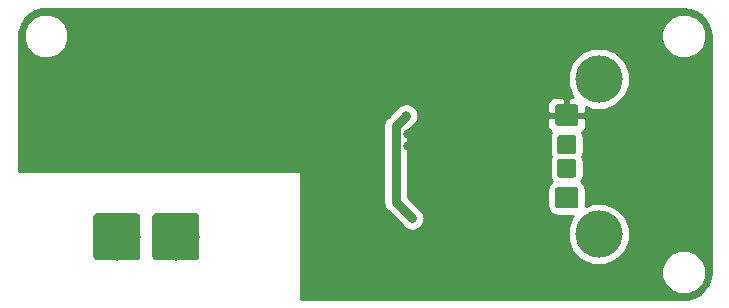
<source format=gbr>
G04 #@! TF.GenerationSoftware,KiCad,Pcbnew,5.0.2-bee76a0~70~ubuntu16.04.1*
G04 #@! TF.CreationDate,2019-02-21T23:56:22+01:00*
G04 #@! TF.ProjectId,24VDC_to_USB_voltage_converter,32345644-435f-4746-9f5f-5553425f766f,rev?*
G04 #@! TF.SameCoordinates,Original*
G04 #@! TF.FileFunction,Copper,L2,Bot*
G04 #@! TF.FilePolarity,Positive*
%FSLAX46Y46*%
G04 Gerber Fmt 4.6, Leading zero omitted, Abs format (unit mm)*
G04 Created by KiCad (PCBNEW 5.0.2-bee76a0~70~ubuntu16.04.1) date Thu 21 Feb 2019 11:56:22 PM CET*
%MOMM*%
%LPD*%
G01*
G04 APERTURE LIST*
G04 #@! TA.AperFunction,ComponentPad*
%ADD10C,4.000000*%
G04 #@! TD*
G04 #@! TA.AperFunction,Conductor*
%ADD11C,0.100000*%
G04 #@! TD*
G04 #@! TA.AperFunction,ComponentPad*
%ADD12C,1.800000*%
G04 #@! TD*
G04 #@! TA.AperFunction,ComponentPad*
%ADD13C,1.600000*%
G04 #@! TD*
G04 #@! TA.AperFunction,ViaPad*
%ADD14C,0.800000*%
G04 #@! TD*
G04 #@! TA.AperFunction,Conductor*
%ADD15C,0.800000*%
G04 #@! TD*
G04 #@! TA.AperFunction,Conductor*
%ADD16C,0.254000*%
G04 #@! TD*
G04 APERTURE END LIST*
D10*
G04 #@! TO.P,J2,5*
G04 #@! TO.N,/SHIELD*
X154800000Y-94520000D03*
X154800000Y-81380000D03*
D11*
G04 #@! TD*
G04 #@! TO.N,/VBUS*
G04 #@! TO.C,J2*
G36*
X152846465Y-90551300D02*
X152872674Y-90555188D01*
X152898377Y-90561626D01*
X152923325Y-90570553D01*
X152947277Y-90581881D01*
X152970004Y-90595503D01*
X152991286Y-90611287D01*
X153010919Y-90629081D01*
X153028713Y-90648714D01*
X153044497Y-90669996D01*
X153058119Y-90692723D01*
X153069447Y-90716675D01*
X153078374Y-90741623D01*
X153084812Y-90767326D01*
X153088700Y-90793535D01*
X153090000Y-90820000D01*
X153090000Y-92080000D01*
X153088700Y-92106465D01*
X153084812Y-92132674D01*
X153078374Y-92158377D01*
X153069447Y-92183325D01*
X153058119Y-92207277D01*
X153044497Y-92230004D01*
X153028713Y-92251286D01*
X153010919Y-92270919D01*
X152991286Y-92288713D01*
X152970004Y-92304497D01*
X152947277Y-92318119D01*
X152923325Y-92329447D01*
X152898377Y-92338374D01*
X152872674Y-92344812D01*
X152846465Y-92348700D01*
X152820000Y-92350000D01*
X151360000Y-92350000D01*
X151333535Y-92348700D01*
X151307326Y-92344812D01*
X151281623Y-92338374D01*
X151256675Y-92329447D01*
X151232723Y-92318119D01*
X151209996Y-92304497D01*
X151188714Y-92288713D01*
X151169081Y-92270919D01*
X151151287Y-92251286D01*
X151135503Y-92230004D01*
X151121881Y-92207277D01*
X151110553Y-92183325D01*
X151101626Y-92158377D01*
X151095188Y-92132674D01*
X151091300Y-92106465D01*
X151090000Y-92080000D01*
X151090000Y-90820000D01*
X151091300Y-90793535D01*
X151095188Y-90767326D01*
X151101626Y-90741623D01*
X151110553Y-90716675D01*
X151121881Y-90692723D01*
X151135503Y-90669996D01*
X151151287Y-90648714D01*
X151169081Y-90629081D01*
X151188714Y-90611287D01*
X151209996Y-90595503D01*
X151232723Y-90581881D01*
X151256675Y-90570553D01*
X151281623Y-90561626D01*
X151307326Y-90555188D01*
X151333535Y-90551300D01*
X151360000Y-90550000D01*
X152820000Y-90550000D01*
X152846465Y-90551300D01*
X152846465Y-90551300D01*
G37*
D12*
G04 #@! TO.P,J2,1*
G04 #@! TO.N,/VBUS*
X152090000Y-91450000D03*
D11*
G04 #@! TD*
G04 #@! TO.N,Net-(J2-Pad2)*
G04 #@! TO.C,J2*
G36*
X152673524Y-88151156D02*
X152696822Y-88154612D01*
X152719668Y-88160334D01*
X152741844Y-88168269D01*
X152763135Y-88178339D01*
X152783337Y-88190447D01*
X152802254Y-88204477D01*
X152819706Y-88220294D01*
X152835523Y-88237746D01*
X152849553Y-88256663D01*
X152861661Y-88276865D01*
X152871731Y-88298156D01*
X152879666Y-88320332D01*
X152885388Y-88343178D01*
X152888844Y-88366476D01*
X152890000Y-88390000D01*
X152890000Y-89510000D01*
X152888844Y-89533524D01*
X152885388Y-89556822D01*
X152879666Y-89579668D01*
X152871731Y-89601844D01*
X152861661Y-89623135D01*
X152849553Y-89643337D01*
X152835523Y-89662254D01*
X152819706Y-89679706D01*
X152802254Y-89695523D01*
X152783337Y-89709553D01*
X152763135Y-89721661D01*
X152741844Y-89731731D01*
X152719668Y-89739666D01*
X152696822Y-89745388D01*
X152673524Y-89748844D01*
X152650000Y-89750000D01*
X151530000Y-89750000D01*
X151506476Y-89748844D01*
X151483178Y-89745388D01*
X151460332Y-89739666D01*
X151438156Y-89731731D01*
X151416865Y-89721661D01*
X151396663Y-89709553D01*
X151377746Y-89695523D01*
X151360294Y-89679706D01*
X151344477Y-89662254D01*
X151330447Y-89643337D01*
X151318339Y-89623135D01*
X151308269Y-89601844D01*
X151300334Y-89579668D01*
X151294612Y-89556822D01*
X151291156Y-89533524D01*
X151290000Y-89510000D01*
X151290000Y-88390000D01*
X151291156Y-88366476D01*
X151294612Y-88343178D01*
X151300334Y-88320332D01*
X151308269Y-88298156D01*
X151318339Y-88276865D01*
X151330447Y-88256663D01*
X151344477Y-88237746D01*
X151360294Y-88220294D01*
X151377746Y-88204477D01*
X151396663Y-88190447D01*
X151416865Y-88178339D01*
X151438156Y-88168269D01*
X151460332Y-88160334D01*
X151483178Y-88154612D01*
X151506476Y-88151156D01*
X151530000Y-88150000D01*
X152650000Y-88150000D01*
X152673524Y-88151156D01*
X152673524Y-88151156D01*
G37*
D13*
G04 #@! TO.P,J2,2*
G04 #@! TO.N,Net-(J2-Pad2)*
X152090000Y-88950000D03*
D11*
G04 #@! TD*
G04 #@! TO.N,Net-(J2-Pad3)*
G04 #@! TO.C,J2*
G36*
X152673524Y-86151156D02*
X152696822Y-86154612D01*
X152719668Y-86160334D01*
X152741844Y-86168269D01*
X152763135Y-86178339D01*
X152783337Y-86190447D01*
X152802254Y-86204477D01*
X152819706Y-86220294D01*
X152835523Y-86237746D01*
X152849553Y-86256663D01*
X152861661Y-86276865D01*
X152871731Y-86298156D01*
X152879666Y-86320332D01*
X152885388Y-86343178D01*
X152888844Y-86366476D01*
X152890000Y-86390000D01*
X152890000Y-87510000D01*
X152888844Y-87533524D01*
X152885388Y-87556822D01*
X152879666Y-87579668D01*
X152871731Y-87601844D01*
X152861661Y-87623135D01*
X152849553Y-87643337D01*
X152835523Y-87662254D01*
X152819706Y-87679706D01*
X152802254Y-87695523D01*
X152783337Y-87709553D01*
X152763135Y-87721661D01*
X152741844Y-87731731D01*
X152719668Y-87739666D01*
X152696822Y-87745388D01*
X152673524Y-87748844D01*
X152650000Y-87750000D01*
X151530000Y-87750000D01*
X151506476Y-87748844D01*
X151483178Y-87745388D01*
X151460332Y-87739666D01*
X151438156Y-87731731D01*
X151416865Y-87721661D01*
X151396663Y-87709553D01*
X151377746Y-87695523D01*
X151360294Y-87679706D01*
X151344477Y-87662254D01*
X151330447Y-87643337D01*
X151318339Y-87623135D01*
X151308269Y-87601844D01*
X151300334Y-87579668D01*
X151294612Y-87556822D01*
X151291156Y-87533524D01*
X151290000Y-87510000D01*
X151290000Y-86390000D01*
X151291156Y-86366476D01*
X151294612Y-86343178D01*
X151300334Y-86320332D01*
X151308269Y-86298156D01*
X151318339Y-86276865D01*
X151330447Y-86256663D01*
X151344477Y-86237746D01*
X151360294Y-86220294D01*
X151377746Y-86204477D01*
X151396663Y-86190447D01*
X151416865Y-86178339D01*
X151438156Y-86168269D01*
X151460332Y-86160334D01*
X151483178Y-86154612D01*
X151506476Y-86151156D01*
X151530000Y-86150000D01*
X152650000Y-86150000D01*
X152673524Y-86151156D01*
X152673524Y-86151156D01*
G37*
D13*
G04 #@! TO.P,J2,3*
G04 #@! TO.N,Net-(J2-Pad3)*
X152090000Y-86950000D03*
D11*
G04 #@! TD*
G04 #@! TO.N,GND*
G04 #@! TO.C,J2*
G36*
X152846465Y-83551300D02*
X152872674Y-83555188D01*
X152898377Y-83561626D01*
X152923325Y-83570553D01*
X152947277Y-83581881D01*
X152970004Y-83595503D01*
X152991286Y-83611287D01*
X153010919Y-83629081D01*
X153028713Y-83648714D01*
X153044497Y-83669996D01*
X153058119Y-83692723D01*
X153069447Y-83716675D01*
X153078374Y-83741623D01*
X153084812Y-83767326D01*
X153088700Y-83793535D01*
X153090000Y-83820000D01*
X153090000Y-85080000D01*
X153088700Y-85106465D01*
X153084812Y-85132674D01*
X153078374Y-85158377D01*
X153069447Y-85183325D01*
X153058119Y-85207277D01*
X153044497Y-85230004D01*
X153028713Y-85251286D01*
X153010919Y-85270919D01*
X152991286Y-85288713D01*
X152970004Y-85304497D01*
X152947277Y-85318119D01*
X152923325Y-85329447D01*
X152898377Y-85338374D01*
X152872674Y-85344812D01*
X152846465Y-85348700D01*
X152820000Y-85350000D01*
X151360000Y-85350000D01*
X151333535Y-85348700D01*
X151307326Y-85344812D01*
X151281623Y-85338374D01*
X151256675Y-85329447D01*
X151232723Y-85318119D01*
X151209996Y-85304497D01*
X151188714Y-85288713D01*
X151169081Y-85270919D01*
X151151287Y-85251286D01*
X151135503Y-85230004D01*
X151121881Y-85207277D01*
X151110553Y-85183325D01*
X151101626Y-85158377D01*
X151095188Y-85132674D01*
X151091300Y-85106465D01*
X151090000Y-85080000D01*
X151090000Y-83820000D01*
X151091300Y-83793535D01*
X151095188Y-83767326D01*
X151101626Y-83741623D01*
X151110553Y-83716675D01*
X151121881Y-83692723D01*
X151135503Y-83669996D01*
X151151287Y-83648714D01*
X151169081Y-83629081D01*
X151188714Y-83611287D01*
X151209996Y-83595503D01*
X151232723Y-83581881D01*
X151256675Y-83570553D01*
X151281623Y-83561626D01*
X151307326Y-83555188D01*
X151333535Y-83551300D01*
X151360000Y-83550000D01*
X152820000Y-83550000D01*
X152846465Y-83551300D01*
X152846465Y-83551300D01*
G37*
D12*
G04 #@! TO.P,J2,4*
G04 #@! TO.N,GND*
X152090000Y-84450000D03*
G04 #@! TD*
D11*
G04 #@! TO.N,+24V*
G04 #@! TO.C,J1*
G36*
X115639207Y-92751926D02*
X115678036Y-92757686D01*
X115716114Y-92767224D01*
X115753073Y-92780448D01*
X115788559Y-92797231D01*
X115822228Y-92817412D01*
X115853757Y-92840796D01*
X115882843Y-92867157D01*
X115909204Y-92896243D01*
X115932588Y-92927772D01*
X115952769Y-92961441D01*
X115969552Y-92996927D01*
X115982776Y-93033886D01*
X115992314Y-93071964D01*
X115998074Y-93110793D01*
X116000000Y-93150000D01*
X116000000Y-96350000D01*
X115998074Y-96389207D01*
X115992314Y-96428036D01*
X115982776Y-96466114D01*
X115969552Y-96503073D01*
X115952769Y-96538559D01*
X115932588Y-96572228D01*
X115909204Y-96603757D01*
X115882843Y-96632843D01*
X115853757Y-96659204D01*
X115822228Y-96682588D01*
X115788559Y-96702769D01*
X115753073Y-96719552D01*
X115716114Y-96732776D01*
X115678036Y-96742314D01*
X115639207Y-96748074D01*
X115600000Y-96750000D01*
X112400000Y-96750000D01*
X112360793Y-96748074D01*
X112321964Y-96742314D01*
X112283886Y-96732776D01*
X112246927Y-96719552D01*
X112211441Y-96702769D01*
X112177772Y-96682588D01*
X112146243Y-96659204D01*
X112117157Y-96632843D01*
X112090796Y-96603757D01*
X112067412Y-96572228D01*
X112047231Y-96538559D01*
X112030448Y-96503073D01*
X112017224Y-96466114D01*
X112007686Y-96428036D01*
X112001926Y-96389207D01*
X112000000Y-96350000D01*
X112000000Y-93150000D01*
X112001926Y-93110793D01*
X112007686Y-93071964D01*
X112017224Y-93033886D01*
X112030448Y-92996927D01*
X112047231Y-92961441D01*
X112067412Y-92927772D01*
X112090796Y-92896243D01*
X112117157Y-92867157D01*
X112146243Y-92840796D01*
X112177772Y-92817412D01*
X112211441Y-92797231D01*
X112246927Y-92780448D01*
X112283886Y-92767224D01*
X112321964Y-92757686D01*
X112360793Y-92751926D01*
X112400000Y-92750000D01*
X115600000Y-92750000D01*
X115639207Y-92751926D01*
X115639207Y-92751926D01*
G37*
D10*
G04 #@! TD*
G04 #@! TO.P,J1,2*
G04 #@! TO.N,+24V*
X114000000Y-94750000D03*
D11*
G04 #@! TO.N,+24V*
G04 #@! TO.C,J1*
G36*
X120639207Y-92751926D02*
X120678036Y-92757686D01*
X120716114Y-92767224D01*
X120753073Y-92780448D01*
X120788559Y-92797231D01*
X120822228Y-92817412D01*
X120853757Y-92840796D01*
X120882843Y-92867157D01*
X120909204Y-92896243D01*
X120932588Y-92927772D01*
X120952769Y-92961441D01*
X120969552Y-92996927D01*
X120982776Y-93033886D01*
X120992314Y-93071964D01*
X120998074Y-93110793D01*
X121000000Y-93150000D01*
X121000000Y-96350000D01*
X120998074Y-96389207D01*
X120992314Y-96428036D01*
X120982776Y-96466114D01*
X120969552Y-96503073D01*
X120952769Y-96538559D01*
X120932588Y-96572228D01*
X120909204Y-96603757D01*
X120882843Y-96632843D01*
X120853757Y-96659204D01*
X120822228Y-96682588D01*
X120788559Y-96702769D01*
X120753073Y-96719552D01*
X120716114Y-96732776D01*
X120678036Y-96742314D01*
X120639207Y-96748074D01*
X120600000Y-96750000D01*
X117400000Y-96750000D01*
X117360793Y-96748074D01*
X117321964Y-96742314D01*
X117283886Y-96732776D01*
X117246927Y-96719552D01*
X117211441Y-96702769D01*
X117177772Y-96682588D01*
X117146243Y-96659204D01*
X117117157Y-96632843D01*
X117090796Y-96603757D01*
X117067412Y-96572228D01*
X117047231Y-96538559D01*
X117030448Y-96503073D01*
X117017224Y-96466114D01*
X117007686Y-96428036D01*
X117001926Y-96389207D01*
X117000000Y-96350000D01*
X117000000Y-93150000D01*
X117001926Y-93110793D01*
X117007686Y-93071964D01*
X117017224Y-93033886D01*
X117030448Y-92996927D01*
X117047231Y-92961441D01*
X117067412Y-92927772D01*
X117090796Y-92896243D01*
X117117157Y-92867157D01*
X117146243Y-92840796D01*
X117177772Y-92817412D01*
X117211441Y-92797231D01*
X117246927Y-92780448D01*
X117283886Y-92767224D01*
X117321964Y-92757686D01*
X117360793Y-92751926D01*
X117400000Y-92750000D01*
X120600000Y-92750000D01*
X120639207Y-92751926D01*
X120639207Y-92751926D01*
G37*
D10*
G04 #@! TD*
G04 #@! TO.P,J1,1*
G04 #@! TO.N,+24V*
X119000000Y-94750000D03*
D11*
G04 #@! TO.N,GND*
G04 #@! TO.C,J3*
G36*
X120639207Y-78751926D02*
X120678036Y-78757686D01*
X120716114Y-78767224D01*
X120753073Y-78780448D01*
X120788559Y-78797231D01*
X120822228Y-78817412D01*
X120853757Y-78840796D01*
X120882843Y-78867157D01*
X120909204Y-78896243D01*
X120932588Y-78927772D01*
X120952769Y-78961441D01*
X120969552Y-78996927D01*
X120982776Y-79033886D01*
X120992314Y-79071964D01*
X120998074Y-79110793D01*
X121000000Y-79150000D01*
X121000000Y-82350000D01*
X120998074Y-82389207D01*
X120992314Y-82428036D01*
X120982776Y-82466114D01*
X120969552Y-82503073D01*
X120952769Y-82538559D01*
X120932588Y-82572228D01*
X120909204Y-82603757D01*
X120882843Y-82632843D01*
X120853757Y-82659204D01*
X120822228Y-82682588D01*
X120788559Y-82702769D01*
X120753073Y-82719552D01*
X120716114Y-82732776D01*
X120678036Y-82742314D01*
X120639207Y-82748074D01*
X120600000Y-82750000D01*
X117400000Y-82750000D01*
X117360793Y-82748074D01*
X117321964Y-82742314D01*
X117283886Y-82732776D01*
X117246927Y-82719552D01*
X117211441Y-82702769D01*
X117177772Y-82682588D01*
X117146243Y-82659204D01*
X117117157Y-82632843D01*
X117090796Y-82603757D01*
X117067412Y-82572228D01*
X117047231Y-82538559D01*
X117030448Y-82503073D01*
X117017224Y-82466114D01*
X117007686Y-82428036D01*
X117001926Y-82389207D01*
X117000000Y-82350000D01*
X117000000Y-79150000D01*
X117001926Y-79110793D01*
X117007686Y-79071964D01*
X117017224Y-79033886D01*
X117030448Y-78996927D01*
X117047231Y-78961441D01*
X117067412Y-78927772D01*
X117090796Y-78896243D01*
X117117157Y-78867157D01*
X117146243Y-78840796D01*
X117177772Y-78817412D01*
X117211441Y-78797231D01*
X117246927Y-78780448D01*
X117283886Y-78767224D01*
X117321964Y-78757686D01*
X117360793Y-78751926D01*
X117400000Y-78750000D01*
X120600000Y-78750000D01*
X120639207Y-78751926D01*
X120639207Y-78751926D01*
G37*
D10*
G04 #@! TD*
G04 #@! TO.P,J3,1*
G04 #@! TO.N,GND*
X119000000Y-80750000D03*
D11*
G04 #@! TO.N,GND*
G04 #@! TO.C,J3*
G36*
X115639207Y-78751926D02*
X115678036Y-78757686D01*
X115716114Y-78767224D01*
X115753073Y-78780448D01*
X115788559Y-78797231D01*
X115822228Y-78817412D01*
X115853757Y-78840796D01*
X115882843Y-78867157D01*
X115909204Y-78896243D01*
X115932588Y-78927772D01*
X115952769Y-78961441D01*
X115969552Y-78996927D01*
X115982776Y-79033886D01*
X115992314Y-79071964D01*
X115998074Y-79110793D01*
X116000000Y-79150000D01*
X116000000Y-82350000D01*
X115998074Y-82389207D01*
X115992314Y-82428036D01*
X115982776Y-82466114D01*
X115969552Y-82503073D01*
X115952769Y-82538559D01*
X115932588Y-82572228D01*
X115909204Y-82603757D01*
X115882843Y-82632843D01*
X115853757Y-82659204D01*
X115822228Y-82682588D01*
X115788559Y-82702769D01*
X115753073Y-82719552D01*
X115716114Y-82732776D01*
X115678036Y-82742314D01*
X115639207Y-82748074D01*
X115600000Y-82750000D01*
X112400000Y-82750000D01*
X112360793Y-82748074D01*
X112321964Y-82742314D01*
X112283886Y-82732776D01*
X112246927Y-82719552D01*
X112211441Y-82702769D01*
X112177772Y-82682588D01*
X112146243Y-82659204D01*
X112117157Y-82632843D01*
X112090796Y-82603757D01*
X112067412Y-82572228D01*
X112047231Y-82538559D01*
X112030448Y-82503073D01*
X112017224Y-82466114D01*
X112007686Y-82428036D01*
X112001926Y-82389207D01*
X112000000Y-82350000D01*
X112000000Y-79150000D01*
X112001926Y-79110793D01*
X112007686Y-79071964D01*
X112017224Y-79033886D01*
X112030448Y-78996927D01*
X112047231Y-78961441D01*
X112067412Y-78927772D01*
X112090796Y-78896243D01*
X112117157Y-78867157D01*
X112146243Y-78840796D01*
X112177772Y-78817412D01*
X112211441Y-78797231D01*
X112246927Y-78780448D01*
X112283886Y-78767224D01*
X112321964Y-78757686D01*
X112360793Y-78751926D01*
X112400000Y-78750000D01*
X115600000Y-78750000D01*
X115639207Y-78751926D01*
X115639207Y-78751926D01*
G37*
D10*
G04 #@! TD*
G04 #@! TO.P,J3,2*
G04 #@! TO.N,GND*
X114000000Y-80750000D03*
D14*
G04 #@! TO.N,/SW*
X139000000Y-93200000D03*
X138500000Y-84500000D03*
G04 #@! TO.N,GND*
X132000000Y-87500000D03*
X130200000Y-91000000D03*
X138650000Y-86050000D03*
X138650000Y-87100000D03*
G04 #@! TD*
D15*
G04 #@! TO.N,/SW*
X137600000Y-85400000D02*
X138500000Y-84500000D01*
X139000000Y-93200000D02*
X137600000Y-91800000D01*
X137600000Y-91800000D02*
X137600000Y-85400000D01*
G04 #@! TD*
D16*
G04 #@! TO.N,GND*
G36*
X162525708Y-75526100D02*
X163023212Y-75706685D01*
X163465835Y-75996881D01*
X163829823Y-76381116D01*
X164095658Y-76838784D01*
X164251892Y-77354629D01*
X164290001Y-77781629D01*
X164290000Y-81569925D01*
X164290001Y-81569930D01*
X164290000Y-97708752D01*
X164223900Y-98275708D01*
X164043315Y-98773212D01*
X163753118Y-99215834D01*
X163368884Y-99579823D01*
X162911216Y-99845658D01*
X162395371Y-100001892D01*
X161968382Y-100040000D01*
X129627000Y-100040000D01*
X129627000Y-97375050D01*
X160115000Y-97375050D01*
X160115000Y-98124950D01*
X160401974Y-98817767D01*
X160932233Y-99348026D01*
X161625050Y-99635000D01*
X162374950Y-99635000D01*
X163067767Y-99348026D01*
X163598026Y-98817767D01*
X163885000Y-98124950D01*
X163885000Y-97375050D01*
X163598026Y-96682233D01*
X163067767Y-96151974D01*
X162374950Y-95865000D01*
X161625050Y-95865000D01*
X160932233Y-96151974D01*
X160401974Y-96682233D01*
X160115000Y-97375050D01*
X129627000Y-97375050D01*
X129627000Y-89300000D01*
X129617333Y-89251399D01*
X129589803Y-89210197D01*
X129548601Y-89182667D01*
X129500000Y-89173000D01*
X105710000Y-89173000D01*
X105710000Y-85400000D01*
X136544724Y-85400000D01*
X136565001Y-85501939D01*
X136565000Y-91698066D01*
X136544724Y-91800000D01*
X136604907Y-92102560D01*
X136625052Y-92203836D01*
X136853807Y-92546193D01*
X136940227Y-92603937D01*
X138122569Y-93786280D01*
X138413720Y-94077431D01*
X138509747Y-94117207D01*
X138596163Y-94174948D01*
X138698098Y-94195224D01*
X138794126Y-94235000D01*
X138898065Y-94235000D01*
X139000000Y-94255276D01*
X139101934Y-94235000D01*
X139205874Y-94235000D01*
X139301902Y-94195224D01*
X139403836Y-94174948D01*
X139490250Y-94117208D01*
X139586280Y-94077431D01*
X139659780Y-94003931D01*
X139746192Y-93946192D01*
X139803931Y-93859780D01*
X139877431Y-93786280D01*
X139917208Y-93690250D01*
X139974948Y-93603836D01*
X139995224Y-93501902D01*
X140035000Y-93405874D01*
X140035000Y-93301934D01*
X140055276Y-93200000D01*
X140035000Y-93098065D01*
X140035000Y-92994126D01*
X139995224Y-92898098D01*
X139974948Y-92796163D01*
X139917207Y-92709747D01*
X139877431Y-92613720D01*
X139586280Y-92322569D01*
X138635000Y-91371290D01*
X138635000Y-90820000D01*
X150442560Y-90820000D01*
X150442560Y-92080000D01*
X150512396Y-92431089D01*
X150711272Y-92728728D01*
X151008911Y-92927604D01*
X151360000Y-92997440D01*
X152596107Y-92997440D01*
X152566155Y-93027392D01*
X152165000Y-93995866D01*
X152165000Y-95044134D01*
X152566155Y-96012608D01*
X153307392Y-96753845D01*
X154275866Y-97155000D01*
X155324134Y-97155000D01*
X156292608Y-96753845D01*
X157033845Y-96012608D01*
X157435000Y-95044134D01*
X157435000Y-93995866D01*
X157033845Y-93027392D01*
X156292608Y-92286155D01*
X155324134Y-91885000D01*
X154275866Y-91885000D01*
X153731365Y-92110540D01*
X153737440Y-92080000D01*
X153737440Y-90820000D01*
X153667604Y-90468911D01*
X153468728Y-90171272D01*
X153320941Y-90072524D01*
X153469888Y-89849609D01*
X153537440Y-89510000D01*
X153537440Y-88390000D01*
X153469888Y-88050391D01*
X153402809Y-87950000D01*
X153469888Y-87849609D01*
X153537440Y-87510000D01*
X153537440Y-86390000D01*
X153469888Y-86050391D01*
X153380698Y-85916908D01*
X153449699Y-85888327D01*
X153628327Y-85709698D01*
X153725000Y-85476309D01*
X153725000Y-84735750D01*
X153566250Y-84577000D01*
X152217000Y-84577000D01*
X152217000Y-84597000D01*
X151963000Y-84597000D01*
X151963000Y-84577000D01*
X150613750Y-84577000D01*
X150455000Y-84735750D01*
X150455000Y-85476309D01*
X150551673Y-85709698D01*
X150730301Y-85888327D01*
X150799302Y-85916908D01*
X150710112Y-86050391D01*
X150642560Y-86390000D01*
X150642560Y-87510000D01*
X150710112Y-87849609D01*
X150777191Y-87950000D01*
X150710112Y-88050391D01*
X150642560Y-88390000D01*
X150642560Y-89510000D01*
X150710112Y-89849609D01*
X150859059Y-90072524D01*
X150711272Y-90171272D01*
X150512396Y-90468911D01*
X150442560Y-90820000D01*
X138635000Y-90820000D01*
X138635000Y-85828710D01*
X139303934Y-85159777D01*
X139377431Y-85086280D01*
X139417207Y-84990253D01*
X139474948Y-84903837D01*
X139495224Y-84801901D01*
X139535000Y-84705874D01*
X139535000Y-84601935D01*
X139555276Y-84500001D01*
X139535000Y-84398066D01*
X139535000Y-84294126D01*
X139495224Y-84198098D01*
X139474948Y-84096164D01*
X139417208Y-84009750D01*
X139377431Y-83913720D01*
X139303931Y-83840220D01*
X139246192Y-83753808D01*
X139159780Y-83696069D01*
X139086280Y-83622569D01*
X138990250Y-83582792D01*
X138903836Y-83525052D01*
X138801902Y-83504776D01*
X138705874Y-83465000D01*
X138601934Y-83465000D01*
X138499999Y-83444724D01*
X138398065Y-83465000D01*
X138294126Y-83465000D01*
X138198099Y-83504776D01*
X138096163Y-83525052D01*
X138009747Y-83582793D01*
X137913720Y-83622569D01*
X137840223Y-83696066D01*
X136940225Y-84596065D01*
X136853808Y-84653807D01*
X136796066Y-84740224D01*
X136625052Y-84996164D01*
X136544724Y-85400000D01*
X105710000Y-85400000D01*
X105710000Y-83423691D01*
X150455000Y-83423691D01*
X150455000Y-84164250D01*
X150613750Y-84323000D01*
X151963000Y-84323000D01*
X151963000Y-83073750D01*
X151804250Y-82915000D01*
X150963690Y-82915000D01*
X150730301Y-83011673D01*
X150551673Y-83190302D01*
X150455000Y-83423691D01*
X105710000Y-83423691D01*
X105710000Y-80855866D01*
X152165000Y-80855866D01*
X152165000Y-81904134D01*
X152566155Y-82872608D01*
X152608547Y-82915000D01*
X152375750Y-82915000D01*
X152217000Y-83073750D01*
X152217000Y-84323000D01*
X153566250Y-84323000D01*
X153725000Y-84164250D01*
X153725000Y-83786824D01*
X154275866Y-84015000D01*
X155324134Y-84015000D01*
X156292608Y-83613845D01*
X157033845Y-82872608D01*
X157435000Y-81904134D01*
X157435000Y-80855866D01*
X157033845Y-79887392D01*
X156292608Y-79146155D01*
X155324134Y-78745000D01*
X154275866Y-78745000D01*
X153307392Y-79146155D01*
X152566155Y-79887392D01*
X152165000Y-80855866D01*
X105710000Y-80855866D01*
X105710000Y-77791247D01*
X105758523Y-77375050D01*
X106115000Y-77375050D01*
X106115000Y-78124950D01*
X106401974Y-78817767D01*
X106932233Y-79348026D01*
X107625050Y-79635000D01*
X108374950Y-79635000D01*
X109067767Y-79348026D01*
X109598026Y-78817767D01*
X109885000Y-78124950D01*
X109885000Y-77375050D01*
X160115000Y-77375050D01*
X160115000Y-78124950D01*
X160401974Y-78817767D01*
X160932233Y-79348026D01*
X161625050Y-79635000D01*
X162374950Y-79635000D01*
X163067767Y-79348026D01*
X163598026Y-78817767D01*
X163885000Y-78124950D01*
X163885000Y-77375050D01*
X163598026Y-76682233D01*
X163067767Y-76151974D01*
X162374950Y-75865000D01*
X161625050Y-75865000D01*
X160932233Y-76151974D01*
X160401974Y-76682233D01*
X160115000Y-77375050D01*
X109885000Y-77375050D01*
X109598026Y-76682233D01*
X109067767Y-76151974D01*
X108374950Y-75865000D01*
X107625050Y-75865000D01*
X106932233Y-76151974D01*
X106401974Y-76682233D01*
X106115000Y-77375050D01*
X105758523Y-77375050D01*
X105776100Y-77224292D01*
X105956685Y-76726788D01*
X106246881Y-76284165D01*
X106631116Y-75920177D01*
X107088784Y-75654342D01*
X107604629Y-75498108D01*
X108031618Y-75460000D01*
X161958753Y-75460000D01*
X162525708Y-75526100D01*
X162525708Y-75526100D01*
G37*
X162525708Y-75526100D02*
X163023212Y-75706685D01*
X163465835Y-75996881D01*
X163829823Y-76381116D01*
X164095658Y-76838784D01*
X164251892Y-77354629D01*
X164290001Y-77781629D01*
X164290000Y-81569925D01*
X164290001Y-81569930D01*
X164290000Y-97708752D01*
X164223900Y-98275708D01*
X164043315Y-98773212D01*
X163753118Y-99215834D01*
X163368884Y-99579823D01*
X162911216Y-99845658D01*
X162395371Y-100001892D01*
X161968382Y-100040000D01*
X129627000Y-100040000D01*
X129627000Y-97375050D01*
X160115000Y-97375050D01*
X160115000Y-98124950D01*
X160401974Y-98817767D01*
X160932233Y-99348026D01*
X161625050Y-99635000D01*
X162374950Y-99635000D01*
X163067767Y-99348026D01*
X163598026Y-98817767D01*
X163885000Y-98124950D01*
X163885000Y-97375050D01*
X163598026Y-96682233D01*
X163067767Y-96151974D01*
X162374950Y-95865000D01*
X161625050Y-95865000D01*
X160932233Y-96151974D01*
X160401974Y-96682233D01*
X160115000Y-97375050D01*
X129627000Y-97375050D01*
X129627000Y-89300000D01*
X129617333Y-89251399D01*
X129589803Y-89210197D01*
X129548601Y-89182667D01*
X129500000Y-89173000D01*
X105710000Y-89173000D01*
X105710000Y-85400000D01*
X136544724Y-85400000D01*
X136565001Y-85501939D01*
X136565000Y-91698066D01*
X136544724Y-91800000D01*
X136604907Y-92102560D01*
X136625052Y-92203836D01*
X136853807Y-92546193D01*
X136940227Y-92603937D01*
X138122569Y-93786280D01*
X138413720Y-94077431D01*
X138509747Y-94117207D01*
X138596163Y-94174948D01*
X138698098Y-94195224D01*
X138794126Y-94235000D01*
X138898065Y-94235000D01*
X139000000Y-94255276D01*
X139101934Y-94235000D01*
X139205874Y-94235000D01*
X139301902Y-94195224D01*
X139403836Y-94174948D01*
X139490250Y-94117208D01*
X139586280Y-94077431D01*
X139659780Y-94003931D01*
X139746192Y-93946192D01*
X139803931Y-93859780D01*
X139877431Y-93786280D01*
X139917208Y-93690250D01*
X139974948Y-93603836D01*
X139995224Y-93501902D01*
X140035000Y-93405874D01*
X140035000Y-93301934D01*
X140055276Y-93200000D01*
X140035000Y-93098065D01*
X140035000Y-92994126D01*
X139995224Y-92898098D01*
X139974948Y-92796163D01*
X139917207Y-92709747D01*
X139877431Y-92613720D01*
X139586280Y-92322569D01*
X138635000Y-91371290D01*
X138635000Y-90820000D01*
X150442560Y-90820000D01*
X150442560Y-92080000D01*
X150512396Y-92431089D01*
X150711272Y-92728728D01*
X151008911Y-92927604D01*
X151360000Y-92997440D01*
X152596107Y-92997440D01*
X152566155Y-93027392D01*
X152165000Y-93995866D01*
X152165000Y-95044134D01*
X152566155Y-96012608D01*
X153307392Y-96753845D01*
X154275866Y-97155000D01*
X155324134Y-97155000D01*
X156292608Y-96753845D01*
X157033845Y-96012608D01*
X157435000Y-95044134D01*
X157435000Y-93995866D01*
X157033845Y-93027392D01*
X156292608Y-92286155D01*
X155324134Y-91885000D01*
X154275866Y-91885000D01*
X153731365Y-92110540D01*
X153737440Y-92080000D01*
X153737440Y-90820000D01*
X153667604Y-90468911D01*
X153468728Y-90171272D01*
X153320941Y-90072524D01*
X153469888Y-89849609D01*
X153537440Y-89510000D01*
X153537440Y-88390000D01*
X153469888Y-88050391D01*
X153402809Y-87950000D01*
X153469888Y-87849609D01*
X153537440Y-87510000D01*
X153537440Y-86390000D01*
X153469888Y-86050391D01*
X153380698Y-85916908D01*
X153449699Y-85888327D01*
X153628327Y-85709698D01*
X153725000Y-85476309D01*
X153725000Y-84735750D01*
X153566250Y-84577000D01*
X152217000Y-84577000D01*
X152217000Y-84597000D01*
X151963000Y-84597000D01*
X151963000Y-84577000D01*
X150613750Y-84577000D01*
X150455000Y-84735750D01*
X150455000Y-85476309D01*
X150551673Y-85709698D01*
X150730301Y-85888327D01*
X150799302Y-85916908D01*
X150710112Y-86050391D01*
X150642560Y-86390000D01*
X150642560Y-87510000D01*
X150710112Y-87849609D01*
X150777191Y-87950000D01*
X150710112Y-88050391D01*
X150642560Y-88390000D01*
X150642560Y-89510000D01*
X150710112Y-89849609D01*
X150859059Y-90072524D01*
X150711272Y-90171272D01*
X150512396Y-90468911D01*
X150442560Y-90820000D01*
X138635000Y-90820000D01*
X138635000Y-85828710D01*
X139303934Y-85159777D01*
X139377431Y-85086280D01*
X139417207Y-84990253D01*
X139474948Y-84903837D01*
X139495224Y-84801901D01*
X139535000Y-84705874D01*
X139535000Y-84601935D01*
X139555276Y-84500001D01*
X139535000Y-84398066D01*
X139535000Y-84294126D01*
X139495224Y-84198098D01*
X139474948Y-84096164D01*
X139417208Y-84009750D01*
X139377431Y-83913720D01*
X139303931Y-83840220D01*
X139246192Y-83753808D01*
X139159780Y-83696069D01*
X139086280Y-83622569D01*
X138990250Y-83582792D01*
X138903836Y-83525052D01*
X138801902Y-83504776D01*
X138705874Y-83465000D01*
X138601934Y-83465000D01*
X138499999Y-83444724D01*
X138398065Y-83465000D01*
X138294126Y-83465000D01*
X138198099Y-83504776D01*
X138096163Y-83525052D01*
X138009747Y-83582793D01*
X137913720Y-83622569D01*
X137840223Y-83696066D01*
X136940225Y-84596065D01*
X136853808Y-84653807D01*
X136796066Y-84740224D01*
X136625052Y-84996164D01*
X136544724Y-85400000D01*
X105710000Y-85400000D01*
X105710000Y-83423691D01*
X150455000Y-83423691D01*
X150455000Y-84164250D01*
X150613750Y-84323000D01*
X151963000Y-84323000D01*
X151963000Y-83073750D01*
X151804250Y-82915000D01*
X150963690Y-82915000D01*
X150730301Y-83011673D01*
X150551673Y-83190302D01*
X150455000Y-83423691D01*
X105710000Y-83423691D01*
X105710000Y-80855866D01*
X152165000Y-80855866D01*
X152165000Y-81904134D01*
X152566155Y-82872608D01*
X152608547Y-82915000D01*
X152375750Y-82915000D01*
X152217000Y-83073750D01*
X152217000Y-84323000D01*
X153566250Y-84323000D01*
X153725000Y-84164250D01*
X153725000Y-83786824D01*
X154275866Y-84015000D01*
X155324134Y-84015000D01*
X156292608Y-83613845D01*
X157033845Y-82872608D01*
X157435000Y-81904134D01*
X157435000Y-80855866D01*
X157033845Y-79887392D01*
X156292608Y-79146155D01*
X155324134Y-78745000D01*
X154275866Y-78745000D01*
X153307392Y-79146155D01*
X152566155Y-79887392D01*
X152165000Y-80855866D01*
X105710000Y-80855866D01*
X105710000Y-77791247D01*
X105758523Y-77375050D01*
X106115000Y-77375050D01*
X106115000Y-78124950D01*
X106401974Y-78817767D01*
X106932233Y-79348026D01*
X107625050Y-79635000D01*
X108374950Y-79635000D01*
X109067767Y-79348026D01*
X109598026Y-78817767D01*
X109885000Y-78124950D01*
X109885000Y-77375050D01*
X160115000Y-77375050D01*
X160115000Y-78124950D01*
X160401974Y-78817767D01*
X160932233Y-79348026D01*
X161625050Y-79635000D01*
X162374950Y-79635000D01*
X163067767Y-79348026D01*
X163598026Y-78817767D01*
X163885000Y-78124950D01*
X163885000Y-77375050D01*
X163598026Y-76682233D01*
X163067767Y-76151974D01*
X162374950Y-75865000D01*
X161625050Y-75865000D01*
X160932233Y-76151974D01*
X160401974Y-76682233D01*
X160115000Y-77375050D01*
X109885000Y-77375050D01*
X109598026Y-76682233D01*
X109067767Y-76151974D01*
X108374950Y-75865000D01*
X107625050Y-75865000D01*
X106932233Y-76151974D01*
X106401974Y-76682233D01*
X106115000Y-77375050D01*
X105758523Y-77375050D01*
X105776100Y-77224292D01*
X105956685Y-76726788D01*
X106246881Y-76284165D01*
X106631116Y-75920177D01*
X107088784Y-75654342D01*
X107604629Y-75498108D01*
X108031618Y-75460000D01*
X161958753Y-75460000D01*
X162525708Y-75526100D01*
G04 #@! TD*
M02*

</source>
